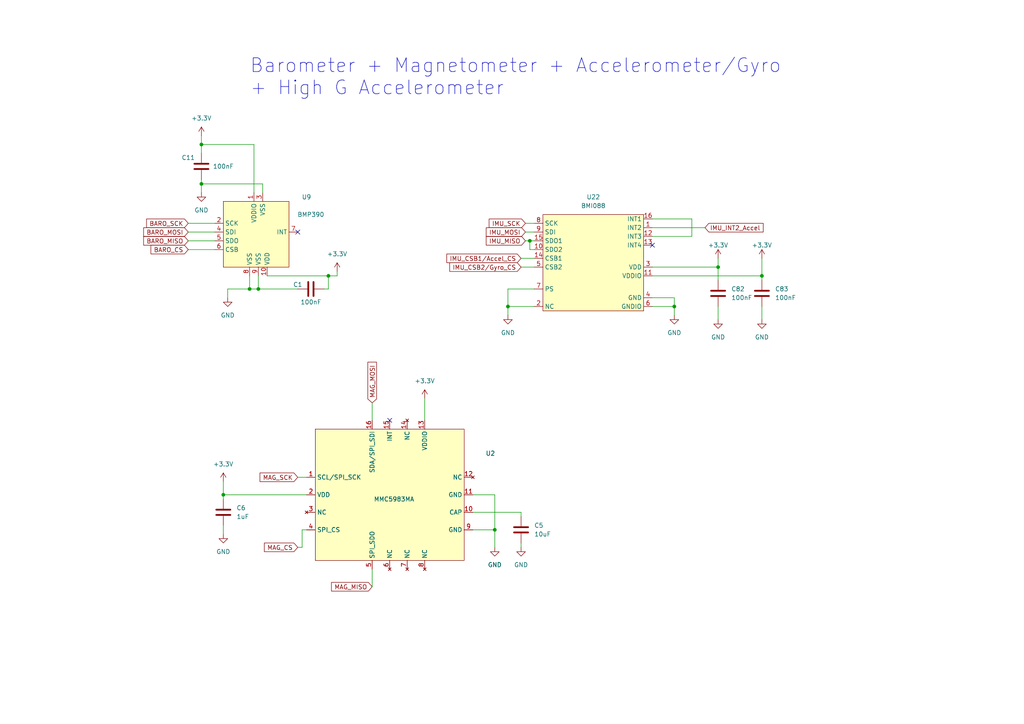
<source format=kicad_sch>
(kicad_sch (version 20231120) (generator "eeschema") (generator_version "8.0")
  (paper "A4")
  (lib_symbols
    (symbol "CustomLibrary:BMI088"
      (property "Reference" "U" (at 12.7 -19.05 0))
      (property "Value" "BMI088" (at 0 -1.27 0))
      (symbol "BMI088_1_1"
        (rectangle (start -13.97 11.43) (end 15.24 -16.51) (fill (type background)))
        (pin bidirectional line (at 17.78 7.62 180) (length 2.54) (name "INT2") (number "1"))
        (pin bidirectional line (at -16.51 1.27 0) (length 2.54) (name "SDO2") (number "10"))
        (pin power_in line (at 17.78 -6.35 180) (length 2.54) (name "VDDIO") (number "11"))
        (pin bidirectional line (at 17.78 5.08 180) (length 2.54) (name "INT3") (number "12"))
        (pin bidirectional line (at 17.78 2.54 180) (length 2.54) (name "INT4") (number "13"))
        (pin bidirectional line (at -16.51 -1.27 0) (length 2.54) (name "CSB1") (number "14"))
        (pin bidirectional line (at -16.51 3.81 0) (length 2.54) (name "SDO1") (number "15"))
        (pin bidirectional line (at 17.78 10.16 180) (length 2.54) (name "INT1") (number "16"))
        (pin bidirectional line (at -16.51 -15.24 0) (length 2.54) (name "NC") (number "2"))
        (pin power_in line (at 17.78 -3.81 180) (length 2.54) (name "VDD") (number "3"))
        (pin power_in line (at 17.78 -12.7 180) (length 2.54) (name "GND") (number "4"))
        (pin bidirectional line (at -16.51 -3.81 0) (length 2.54) (name "CSB2") (number "5"))
        (pin power_in line (at 17.78 -15.24 180) (length 2.54) (name "GNDIO") (number "6"))
        (pin bidirectional line (at -16.51 -10.16 0) (length 2.54) (name "PS") (number "7"))
        (pin bidirectional line (at -16.51 8.89 0) (length 2.54) (name "SCK") (number "8"))
        (pin bidirectional line (at -16.51 6.35 0) (length 2.54) (name "SDI") (number "9"))
      )
    )
    (symbol "CustomLibrary:BMP390"
      (property "Reference" "U" (at 10.16 -13.97 0))
      (property "Value" "BMP390" (at 2.54 -3.81 0))
      (symbol "BMP390_1_1"
        (rectangle (start -7.62 6.35) (end 11.43 -12.7) (fill (type background)))
        (pin power_in line (at 1.27 8.89 270) (length 2.54) (name "VDDIO") (number "1"))
        (pin power_in line (at 5.08 -15.24 90) (length 2.54) (name "VDD") (number "10"))
        (pin bidirectional line (at -10.16 0 0) (length 2.54) (name "SCK") (number "2"))
        (pin power_in line (at 3.81 8.89 270) (length 2.54) (name "VSS") (number "3"))
        (pin bidirectional line (at -10.16 -2.54 0) (length 2.54) (name "SDI") (number "4"))
        (pin bidirectional line (at -10.16 -5.08 0) (length 2.54) (name "SDO") (number "5"))
        (pin bidirectional line (at -10.16 -7.62 0) (length 2.54) (name "CSB") (number "6"))
        (pin bidirectional line (at 13.97 -2.54 180) (length 2.54) (name "INT") (number "7"))
        (pin power_in line (at 0 -15.24 90) (length 2.54) (name "VSS") (number "8"))
        (pin power_in line (at 2.54 -15.24 90) (length 2.54) (name "VSS") (number "9"))
      )
    )
    (symbol "CustomLibrary:MMC5983MA"
      (property "Reference" "U" (at 26.67 -25.4 0))
      (property "Value" "MMC5983MA" (at 7.62 -6.35 0))
      (symbol "MMC5983MA_1_1"
        (rectangle (start -15.24 13.97) (end 27.94 -24.13) (fill (type background)))
        (pin bidirectional line (at -17.78 0 0) (length 2.54) (name "SCL/SPI_SCK") (number "1"))
        (pin bidirectional line (at 30.48 -10.16 180) (length 2.54) (name "CAP") (number "10"))
        (pin power_in line (at 30.48 -5.08 180) (length 2.54) (name "GND") (number "11"))
        (pin no_connect line (at 30.48 0 180) (length 2.54) (name "NC") (number "12"))
        (pin power_in line (at 16.51 16.51 270) (length 2.54) (name "VDDIO") (number "13"))
        (pin no_connect line (at 11.43 16.51 270) (length 2.54) (name "NC") (number "14"))
        (pin bidirectional line (at 6.35 16.51 270) (length 2.54) (name "INT") (number "15"))
        (pin bidirectional line (at 1.27 16.51 270) (length 2.54) (name "SDA/SPI_SDI") (number "16"))
        (pin power_in line (at -17.78 -5.08 0) (length 2.54) (name "VDD") (number "2"))
        (pin no_connect line (at -17.78 -10.16 0) (length 2.54) (name "NC") (number "3"))
        (pin bidirectional line (at -17.78 -15.24 0) (length 2.54) (name "SPI_CS") (number "4"))
        (pin bidirectional line (at 1.27 -26.67 90) (length 2.54) (name "SPI_SDO") (number "5"))
        (pin no_connect line (at 6.35 -26.67 90) (length 2.54) (name "NC") (number "6"))
        (pin no_connect line (at 11.43 -26.67 90) (length 2.54) (name "NC") (number "7"))
        (pin no_connect line (at 16.51 -26.67 90) (length 2.54) (name "NC") (number "8"))
        (pin power_in line (at 30.48 -15.24 180) (length 2.54) (name "GND") (number "9"))
      )
    )
    (symbol "Device:C" (pin_numbers hide) (pin_names (offset 0.254))
      (property "Reference" "C" (at 0.635 2.54 0))
      (property "Value" "C" (at 0.635 -2.54 0))
      (symbol "C_0_1"
        (polyline (pts (xy -2.032 -0.762) (xy 2.032 -0.762)) (stroke (width 0.508)))
        (polyline (pts (xy -2.032 0.762) (xy 2.032 0.762)) (stroke (width 0.508)))
      )
      (symbol "C_1_1"
        (pin passive line (at 0 3.81 270) (length 2.794) (name "~") (number "1"))
        (pin passive line (at 0 -3.81 90) (length 2.794) (name "~") (number "2"))
      )
    )
    (symbol "power:+3.3V" (power) (pin_names (offset 0))
      (property "Value" "+3.3V" (at 0 3.556 0))
      (symbol "+3.3V_0_1"
        (polyline (pts (xy -0.762 1.27) (xy 0 2.54)))
        (polyline (pts (xy 0 0) (xy 0 2.54)))
        (polyline (pts (xy 0 2.54) (xy 0.762 1.27)))
      )
      (symbol "+3.3V_1_1"
        (pin power_in line (at 0 0 90) (length 0) hide (name "+3.3V") (number "1"))
      )
    )
    (symbol "power:GND" (power) (pin_names (offset 0))
      (property "Value" "GND" (at 0 -3.81 0))
      (symbol "GND_0_1"
        (polyline (pts (xy 0 0) (xy 0 -1.27) (xy 1.27 -1.27) (xy 0 -2.54) (xy -1.27 -1.27) (xy 0 -1.27)))
      )
      (symbol "GND_1_1"
        (pin power_in line (at 0 0 270) (length 0) hide (name "GND") (number "1"))
      )
    )
  )
  (junction (at 72.39 83.82))
  (junction (at 95.25 80.01))
  (junction (at 208.28 77.47))
  (junction (at 147.32 88.9))
  (junction (at 220.98 80.01))
  (junction (at 143.51 153.67))
  (junction (at 74.93 83.82))
  (junction (at 195.58 88.9))
  (junction (at 58.42 53.34))
  (junction (at 64.77 143.51))
  (junction (at 58.42 41.91))
  (junction (at 153.67 69.85))
  (no_connect (at 113.03 121.92))
  (no_connect (at 86.36 67.31))
  (no_connect (at 189.23 71.12))
  (wire (pts (xy 66.04 83.82) (xy 72.39 83.82)))
  (wire (pts (xy 95.25 83.82) (xy 93.98 83.82)))
  (wire (pts (xy 200.66 68.58) (xy 189.23 68.58)))
  (wire (pts (xy 220.98 74.93) (xy 220.98 80.01)))
  (wire (pts (xy 107.95 165.1) (xy 107.95 170.18)))
  (wire (pts (xy 73.66 41.91) (xy 58.42 41.91)))
  (wire (pts (xy 189.23 88.9) (xy 195.58 88.9)))
  (wire (pts (xy 54.61 64.77) (xy 62.23 64.77)))
  (wire (pts (xy 151.13 149.86) (xy 151.13 148.59)))
  (wire (pts (xy 58.42 53.34) (xy 58.42 55.88)))
  (wire (pts (xy 154.94 72.39) (xy 153.67 72.39)))
  (wire (pts (xy 77.47 80.01) (xy 95.25 80.01)))
  (wire (pts (xy 208.28 77.47) (xy 208.28 81.28)))
  (wire (pts (xy 220.98 88.9) (xy 220.98 92.71)))
  (wire (pts (xy 86.36 138.43) (xy 88.9 138.43)))
  (wire (pts (xy 97.79 78.74) (xy 97.79 80.01)))
  (wire (pts (xy 147.32 88.9) (xy 147.32 91.44)))
  (wire (pts (xy 64.77 143.51) (xy 88.9 143.51)))
  (wire (pts (xy 208.28 74.93) (xy 208.28 77.47)))
  (wire (pts (xy 97.79 80.01) (xy 95.25 80.01)))
  (wire (pts (xy 76.2 53.34) (xy 58.42 53.34)))
  (wire (pts (xy 72.39 83.82) (xy 74.93 83.82)))
  (wire (pts (xy 153.67 72.39) (xy 153.67 69.85)))
  (wire (pts (xy 195.58 88.9) (xy 195.58 91.44)))
  (wire (pts (xy 54.61 69.85) (xy 62.23 69.85)))
  (wire (pts (xy 189.23 80.01) (xy 220.98 80.01)))
  (wire (pts (xy 195.58 86.36) (xy 195.58 88.9)))
  (wire (pts (xy 76.2 55.88) (xy 76.2 53.34)))
  (wire (pts (xy 189.23 77.47) (xy 208.28 77.47)))
  (wire (pts (xy 147.32 88.9) (xy 154.94 88.9)))
  (wire (pts (xy 58.42 39.37) (xy 58.42 41.91)))
  (wire (pts (xy 64.77 139.7) (xy 64.77 143.51)))
  (wire (pts (xy 152.4 69.85) (xy 153.67 69.85)))
  (wire (pts (xy 220.98 80.01) (xy 220.98 81.28)))
  (wire (pts (xy 74.93 83.82) (xy 86.36 83.82)))
  (wire (pts (xy 72.39 80.01) (xy 72.39 83.82)))
  (wire (pts (xy 200.66 63.5) (xy 200.66 68.58)))
  (wire (pts (xy 58.42 41.91) (xy 58.42 44.45)))
  (wire (pts (xy 73.66 55.88) (xy 73.66 41.91)))
  (wire (pts (xy 151.13 148.59) (xy 137.16 148.59)))
  (wire (pts (xy 143.51 143.51) (xy 137.16 143.51)))
  (wire (pts (xy 54.61 72.39) (xy 62.23 72.39)))
  (wire (pts (xy 87.63 153.67) (xy 88.9 153.67)))
  (wire (pts (xy 147.32 83.82) (xy 147.32 88.9)))
  (wire (pts (xy 153.67 69.85) (xy 154.94 69.85)))
  (wire (pts (xy 64.77 152.4) (xy 64.77 154.94)))
  (wire (pts (xy 189.23 66.04) (xy 204.47 66.04)))
  (wire (pts (xy 107.95 116.84) (xy 107.95 121.92)))
  (wire (pts (xy 143.51 153.67) (xy 143.51 143.51)))
  (wire (pts (xy 123.19 115.57) (xy 123.19 121.92)))
  (wire (pts (xy 208.28 88.9) (xy 208.28 92.71)))
  (wire (pts (xy 137.16 153.67) (xy 143.51 153.67)))
  (wire (pts (xy 95.25 80.01) (xy 95.25 83.82)))
  (wire (pts (xy 189.23 86.36) (xy 195.58 86.36)))
  (wire (pts (xy 87.63 158.75) (xy 87.63 153.67)))
  (wire (pts (xy 151.13 77.47) (xy 154.94 77.47)))
  (wire (pts (xy 58.42 53.34) (xy 58.42 52.07)))
  (wire (pts (xy 54.61 67.31) (xy 62.23 67.31)))
  (wire (pts (xy 154.94 83.82) (xy 147.32 83.82)))
  (wire (pts (xy 66.04 86.36) (xy 66.04 83.82)))
  (wire (pts (xy 152.4 67.31) (xy 154.94 67.31)))
  (wire (pts (xy 151.13 157.48) (xy 151.13 158.75)))
  (wire (pts (xy 189.23 63.5) (xy 200.66 63.5)))
  (wire (pts (xy 86.36 158.75) (xy 87.63 158.75)))
  (wire (pts (xy 143.51 158.75) (xy 143.51 153.67)))
  (wire (pts (xy 64.77 144.78) (xy 64.77 143.51)))
  (wire (pts (xy 152.4 64.77) (xy 154.94 64.77)))
  (wire (pts (xy 74.93 80.01) (xy 74.93 83.82)))
  (wire (pts (xy 151.13 74.93) (xy 154.94 74.93)))
  (text "Barometer + Magnetometer + Accelerometer/Gyro\n+ High G Accelerometer" (at 72.39 27.94 0) (effects (font (size 4 4)) (justify left bottom)))
  (global_label "BARO_SCK" (shape input) (at 54.61 64.77 180) (property "Intersheetrefs" "${INTERSHEET_REFS}" (effects (hide yes))))
  (global_label "MAG_CS" (shape input) (at 86.36 158.75 180) (property "Intersheetrefs" "${INTERSHEET_REFS}" (effects (hide yes))))
  (global_label "IMU_CSB1{slash}Accel_CS" (shape input) (at 151.13 74.93 180) (property "Intersheetrefs" "${INTERSHEET_REFS}" (effects (hide yes))))
  (global_label "IMU_INT2_Accel" (shape input) (at 204.47 66.04 0) (property "Intersheetrefs" "${INTERSHEET_REFS}" (effects (hide yes))))
  (global_label "IMU_MOSI" (shape input) (at 152.4 67.31 180) (property "Intersheetrefs" "${INTERSHEET_REFS}" (effects (hide yes))))
  (global_label "BARO_MISO" (shape input) (at 54.61 69.85 180) (property "Intersheetrefs" "${INTERSHEET_REFS}" (effects (hide yes))))
  (global_label "MAG_SCK" (shape input) (at 86.36 138.43 180) (property "Intersheetrefs" "${INTERSHEET_REFS}" (effects (hide yes))))
  (global_label "IMU_MISO" (shape input) (at 152.4 69.85 180) (property "Intersheetrefs" "${INTERSHEET_REFS}" (effects (hide yes))))
  (global_label "BARO_CS" (shape input) (at 54.61 72.39 180) (property "Intersheetrefs" "${INTERSHEET_REFS}" (effects (hide yes))))
  (global_label "BARO_MOSI" (shape input) (at 54.61 67.31 180) (property "Intersheetrefs" "${INTERSHEET_REFS}" (effects (hide yes))))
  (global_label "MAG_MISO" (shape input) (at 107.95 170.18 180) (property "Intersheetrefs" "${INTERSHEET_REFS}" (effects (hide yes))))
  (global_label "MAG_MOSI" (shape input) (at 107.95 116.84 90) (property "Intersheetrefs" "${INTERSHEET_REFS}" (effects (hide yes))))
  (global_label "IMU_SCK" (shape input) (at 152.4 64.77 180) (property "Intersheetrefs" "${INTERSHEET_REFS}" (effects (hide yes))))
  (global_label "IMU_CSB2{slash}Gyro_CS" (shape input) (at 151.13 77.47 180) (property "Intersheetrefs" "${INTERSHEET_REFS}" (effects (hide yes))))
  (symbol (lib_id "power:GND") (at 147.32 91.44 0) (unit 1)
    (property "Reference" "#PWR065" (effects (hide yes)))
    (property "Value" "GND" (at 147.32 96.52 0))
  )
  (symbol (lib_id "power:+3.3V") (at 58.42 39.37 0) (unit 1)
    (property "Reference" "#PWR0132" (effects (hide yes)))
    (property "Value" "+3.3V" (at 58.42 34.29 0))
  )
  (symbol (lib_id "Device:C") (at 90.17 83.82 90) (unit 1)
    (property "Reference" "C1" (at 86.36 82.55 90))
    (property "Value" "100nF" (at 90.17 87.63 90))
    (property "Footprint" "Capacitor_SMD:C_0603_1608Metric" (effects (hide yes)))
  )
  (symbol (lib_id "power:GND") (at 66.04 86.36 0) (unit 1)
    (property "Reference" "#PWR0130" (effects (hide yes)))
    (property "Value" "GND" (at 66.04 91.44 0))
  )
  (symbol (lib_id "power:GND") (at 220.98 92.71 0) (unit 1)
    (property "Reference" "#PWR071" (effects (hide yes)))
    (property "Value" "GND" (at 220.98 97.79 0))
  )
  (symbol (lib_id "power:+3.3V") (at 97.79 78.74 0) (unit 1)
    (property "Reference" "#PWR0131" (effects (hide yes)))
    (property "Value" "+3.3V" (at 97.79 73.66 0))
  )
  (symbol (lib_id "power:+3.3V") (at 208.28 74.93 0) (unit 1)
    (property "Reference" "#PWR068" (effects (hide yes)))
    (property "Value" "+3.3V" (at 208.28 71.12 0))
  )
  (symbol (lib_id "CustomLibrary:BMI088") (at 171.45 73.66 0) (unit 1)
    (property "Reference" "U22" (at 172.085 57.15 0))
    (property "Value" "BMI088" (at 172.085 59.69 0))
    (property "Footprint" "CustomFootprints:BMI088" (effects (hide yes)))
    (property "Datasheet" "https://www.bosch-sensortec.com/media/boschsensortec/downloads/datasheets/bst-bmi088-ds001.pdf" (effects (hide yes)))
    (property "Digikey" "https://www.digikey.in/en/products/detail/bosch-sensortec/BMI088/8634936" (effects (hide yes)))
  )
  (symbol (lib_id "Device:C") (at 64.77 148.59 0) (unit 1)
    (property "Reference" "C6" (at 68.58 147.32 0) (effects (justify left)))
    (property "Value" "1uF" (at 68.58 149.86 0) (effects (justify left)))
    (property "Footprint" "Capacitor_SMD:C_0603_1608Metric" (effects (hide yes)))
  )
  (symbol (lib_id "power:GND") (at 143.51 158.75 0) (unit 1)
    (property "Reference" "#PWR063" (effects (hide yes)))
    (property "Value" "GND" (at 143.51 163.83 0))
  )
  (symbol (lib_id "power:GND") (at 58.42 55.88 0) (unit 1)
    (property "Reference" "#PWR0133" (effects (hide yes)))
    (property "Value" "GND" (at 58.42 60.96 0))
  )
  (symbol (lib_id "power:+3.3V") (at 220.98 74.93 0) (unit 1)
    (property "Reference" "#PWR070" (effects (hide yes)))
    (property "Value" "+3.3V" (at 220.98 71.12 0))
  )
  (symbol (lib_id "CustomLibrary:MMC5983MA") (at 106.68 138.43 0) (unit 1)
    (property "Reference" "U2" (at 142.24 131.5019 0))
    (property "Value" "MMC5983MA" (at 114.3 144.78 0))
    (property "Footprint" "CustomFootprints:MMC5983MA" (effects (hide yes)))
    (property "Datasheet" "https://mm.digikey.com/Volume0/opasdata/d220001/medias/docus/333/MMC5983MA_RevA_4-3-19.pdf" (effects (hide yes)))
    (property "Digikey" "https://www.digikey.in/en/products/detail/memsic-inc/MMC5983MA/10452795" (effects (hide yes)))
  )
  (symbol (lib_id "Device:C") (at 220.98 85.09 0) (unit 1)
    (property "Reference" "C83" (at 224.79 83.82 0) (effects (justify left)))
    (property "Value" "100nF" (at 224.79 86.36 0) (effects (justify left)))
    (property "Footprint" "Capacitor_SMD:C_0603_1608Metric" (effects (hide yes)))
  )
  (symbol (lib_id "Device:C") (at 58.42 48.26 180) (unit 1)
    (property "Reference" "C11" (at 54.61 45.72 0))
    (property "Value" "100nF" (at 64.77 48.26 0))
    (property "Footprint" "Capacitor_SMD:C_0603_1608Metric" (effects (hide yes)))
  )
  (symbol (lib_id "power:GND") (at 151.13 158.75 0) (unit 1)
    (property "Reference" "#PWR066" (effects (hide yes)))
    (property "Value" "GND" (at 151.13 163.83 0))
  )
  (symbol (lib_id "power:GND") (at 195.58 91.44 0) (unit 1)
    (property "Reference" "#PWR067" (effects (hide yes)))
    (property "Value" "GND" (at 195.58 96.52 0))
  )
  (symbol (lib_id "CustomLibrary:BMP390") (at 72.39 64.77 0) (unit 1)
    (property "Reference" "U9" (at 88.9 57.15 0))
    (property "Value" "BMP390" (at 90.17 62.23 0))
    (property "Footprint" "CustomFootprints:BMP390" (effects (hide yes)))
    (property "Datasheet" "https://www.bosch-sensortec.com/media/boschsensortec/downloads/datasheets/bst-bmp390-ds002.pdf" (effects (hide yes)))
    (property "Digikey" "https://www.digikey.com/en/products/detail/bosch-sensortec/BMP390/16164575" (effects (hide yes)))
  )
  (symbol (lib_id "Device:C") (at 151.13 153.67 0) (unit 1)
    (property "Reference" "C5" (at 154.94 152.4 0) (effects (justify left)))
    (property "Value" "10uF" (at 154.94 154.94 0) (effects (justify left)))
    (property "Footprint" "Capacitor_SMD:C_0603_1608Metric" (effects (hide yes)))
  )
  (symbol (lib_id "power:+3.3V") (at 123.19 115.57 0) (unit 1)
    (property "Reference" "#PWR052" (effects (hide yes)))
    (property "Value" "+3.3V" (at 123.19 110.49 0))
  )
  (symbol (lib_id "power:+3.3V") (at 64.77 139.7 0) (unit 1)
    (property "Reference" "#PWR03" (effects (hide yes)))
    (property "Value" "+3.3V" (at 64.77 134.62 0))
  )
  (symbol (lib_id "power:GND") (at 208.28 92.71 0) (unit 1)
    (property "Reference" "#PWR069" (effects (hide yes)))
    (property "Value" "GND" (at 208.28 97.79 0))
  )
  (symbol (lib_id "power:GND") (at 64.77 154.94 0) (unit 1)
    (property "Reference" "#PWR09" (effects (hide yes)))
    (property "Value" "GND" (at 64.77 160.02 0))
  )
  (symbol (lib_id "Device:C") (at 208.28 85.09 0) (unit 1)
    (property "Reference" "C82" (at 212.09 83.82 0) (effects (justify left)))
    (property "Value" "100nF" (at 212.09 86.36 0) (effects (justify left)))
    (property "Footprint" "Capacitor_SMD:C_0603_1608Metric" (effects (hide yes)))
  )
)
</source>
